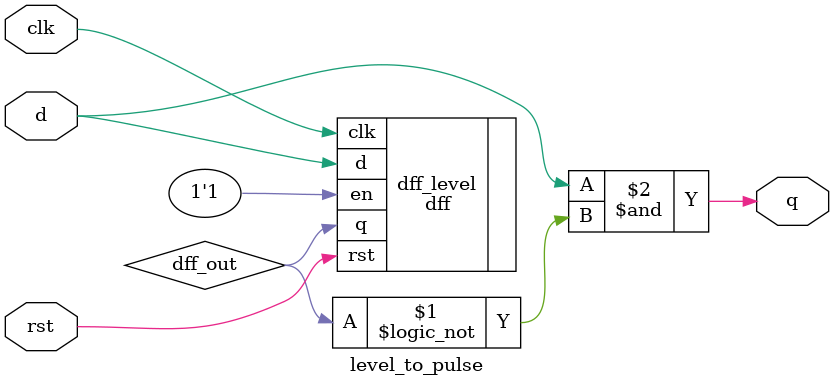
<source format=sv>
module level_to_pulse
    (input logic  clk,
     input logic  rst,
     input logic  d,
     output logic q);

    logic dff_out;

    dff dff_level
        (.clk(clk),
         .rst(rst),
         .en(1'b1),
         .d(d),
         .q(dff_out));

    assign q = d & !dff_out;
    
endmodule

</source>
